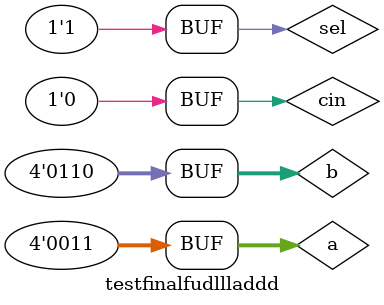
<source format=v>
`timescale 1ns / 1ps


module testfinalfudllladdd;

	// Inputs
	reg [3:0] a;
	reg [3:0] b;
	reg cin;
	reg sel;

	// Outputs
	wire [3:0] s;
	wire cout;

	// Instantiate the Unit Under Test (UUT)
	finalFulladder uut (
		.a(a), 
		.b(b), 
		.cin(cin), 
		.sel(sel), 
		.s(s), 
		.cout(cout)
	);

	initial begin
		// Initialize Inputs
		a = 4'b0010;
		b = 4'b0001;
		cin = 1;
		sel = 0;
		#100;
		
		
		a = 4'b0011;
		b = 4'b0110;
		cin = 0;
		sel = 1;


		#100;
        
		// Add stimulus here

	end
      
endmodule


</source>
